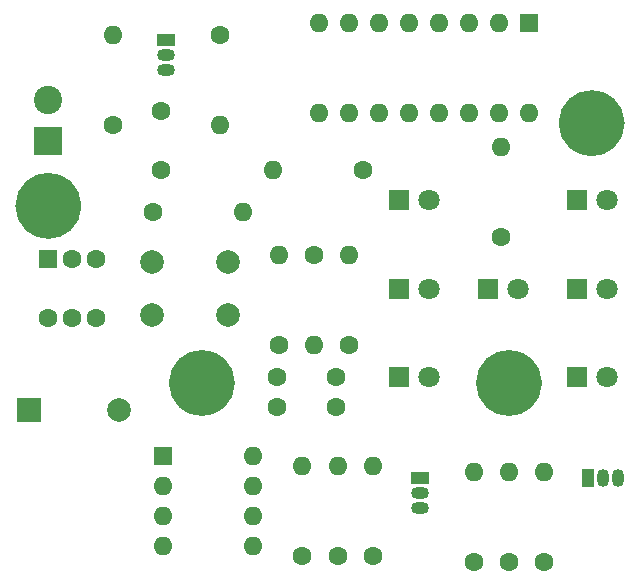
<source format=gbs>
G04 #@! TF.GenerationSoftware,KiCad,Pcbnew,8.0.6*
G04 #@! TF.CreationDate,2025-01-02T19:07:44+01:00*
G04 #@! TF.ProjectId,kostka,6b6f7374-6b61-42e6-9b69-6361645f7063,1*
G04 #@! TF.SameCoordinates,Original*
G04 #@! TF.FileFunction,Soldermask,Bot*
G04 #@! TF.FilePolarity,Negative*
%FSLAX46Y46*%
G04 Gerber Fmt 4.6, Leading zero omitted, Abs format (unit mm)*
G04 Created by KiCad (PCBNEW 8.0.6) date 2025-01-02 19:07:44*
%MOMM*%
%LPD*%
G01*
G04 APERTURE LIST*
%ADD10C,2.800000*%
%ADD11R,1.600000X1.600000*%
%ADD12O,1.600000X1.600000*%
%ADD13C,1.600000*%
%ADD14R,1.050000X1.500000*%
%ADD15O,1.050000X1.500000*%
%ADD16R,2.000000X2.000000*%
%ADD17C,2.000000*%
%ADD18R,1.800000X1.800000*%
%ADD19C,1.800000*%
%ADD20R,1.500000X1.050000*%
%ADD21O,1.500000X1.050000*%
%ADD22R,2.400000X2.400000*%
%ADD23C,2.400000*%
G04 APERTURE END LIST*
D10*
X136400000Y-78000000D02*
G75*
G02*
X133600000Y-78000000I-1400000J0D01*
G01*
X133600000Y-78000000D02*
G75*
G02*
X136400000Y-78000000I1400000J0D01*
G01*
X149400000Y-93000000D02*
G75*
G02*
X146600000Y-93000000I-1400000J0D01*
G01*
X146600000Y-93000000D02*
G75*
G02*
X149400000Y-93000000I1400000J0D01*
G01*
X175400000Y-93000000D02*
G75*
G02*
X172600000Y-93000000I-1400000J0D01*
G01*
X172600000Y-93000000D02*
G75*
G02*
X175400000Y-93000000I1400000J0D01*
G01*
X182400000Y-71000000D02*
G75*
G02*
X179600000Y-71000000I-1400000J0D01*
G01*
X179600000Y-71000000D02*
G75*
G02*
X182400000Y-71000000I1400000J0D01*
G01*
D11*
X175700000Y-62500000D03*
D12*
X173160000Y-62500000D03*
X170620000Y-62500000D03*
X168080000Y-62500000D03*
X165540000Y-62500000D03*
X163000000Y-62500000D03*
X160460000Y-62500000D03*
X157920000Y-62500000D03*
X157920000Y-70120000D03*
X160460000Y-70120000D03*
X163000000Y-70120000D03*
X165540000Y-70120000D03*
X168080000Y-70120000D03*
X170620000Y-70120000D03*
X173160000Y-70120000D03*
X175700000Y-70120000D03*
D13*
X174000000Y-108120000D03*
D12*
X174000000Y-100500000D03*
D13*
X156500000Y-107620000D03*
D12*
X156500000Y-100000000D03*
D13*
X140500000Y-71120000D03*
D12*
X140500000Y-63500000D03*
D13*
X154500000Y-89810000D03*
D12*
X154500000Y-82190000D03*
D14*
X180730000Y-101000000D03*
D15*
X182000000Y-101000000D03*
X183270000Y-101000000D03*
D13*
X177000000Y-108120000D03*
D12*
X177000000Y-100500000D03*
D16*
X133360000Y-95250000D03*
D17*
X140960000Y-95250000D03*
D18*
X179730000Y-77500000D03*
D19*
X182270000Y-77500000D03*
D11*
X144700000Y-99200000D03*
D12*
X144700000Y-101740000D03*
X144700000Y-104280000D03*
X144700000Y-106820000D03*
X152320000Y-106820000D03*
X152320000Y-104280000D03*
X152320000Y-101740000D03*
X152320000Y-99200000D03*
D20*
X145000000Y-64000000D03*
D21*
X145000000Y-65270000D03*
X145000000Y-66540000D03*
D13*
X149500000Y-63500000D03*
D12*
X149500000Y-71120000D03*
D13*
X159500000Y-107620000D03*
D12*
X159500000Y-100000000D03*
D13*
X144500000Y-70000000D03*
X144500000Y-75000000D03*
X161620000Y-75000000D03*
D12*
X154000000Y-75000000D03*
D18*
X179725000Y-92500000D03*
D19*
X182265000Y-92500000D03*
D18*
X164725000Y-85000000D03*
D19*
X167265000Y-85000000D03*
D22*
X135000000Y-72500000D03*
D23*
X135000000Y-69000000D03*
D11*
X135000000Y-82500000D03*
D13*
X137000000Y-82500000D03*
X139000000Y-82500000D03*
X135000000Y-87500000D03*
X137000000Y-87500000D03*
X139000000Y-87500000D03*
X171000000Y-108120000D03*
D12*
X171000000Y-100500000D03*
D13*
X157500000Y-82190000D03*
D12*
X157500000Y-89810000D03*
D13*
X160500000Y-89810000D03*
D12*
X160500000Y-82190000D03*
D13*
X154345000Y-95000000D03*
X159345000Y-95000000D03*
D18*
X179725000Y-85000000D03*
D19*
X182265000Y-85000000D03*
D18*
X164725000Y-77500000D03*
D19*
X167265000Y-77500000D03*
D18*
X172230000Y-85000000D03*
D19*
X174770000Y-85000000D03*
D13*
X143880000Y-78500000D03*
D12*
X151500000Y-78500000D03*
D13*
X173355000Y-80645000D03*
D12*
X173355000Y-73025000D03*
D17*
X143750000Y-82750000D03*
X150250000Y-82750000D03*
X143750000Y-87250000D03*
X150250000Y-87250000D03*
D13*
X162500000Y-107620000D03*
D12*
X162500000Y-100000000D03*
D18*
X164730000Y-92500000D03*
D19*
X167270000Y-92500000D03*
D20*
X166500000Y-101000000D03*
D21*
X166500000Y-102270000D03*
X166500000Y-103540000D03*
D13*
X154345000Y-92500000D03*
X159345000Y-92500000D03*
M02*

</source>
